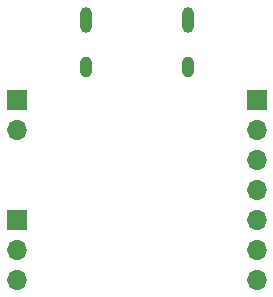
<source format=gbs>
G04 #@! TF.GenerationSoftware,KiCad,Pcbnew,(5.1.10)-1*
G04 #@! TF.CreationDate,2021-12-10T13:25:56-08:00*
G04 #@! TF.ProjectId,BQ25798,42513235-3739-4382-9e6b-696361645f70,rev?*
G04 #@! TF.SameCoordinates,Original*
G04 #@! TF.FileFunction,Soldermask,Bot*
G04 #@! TF.FilePolarity,Negative*
%FSLAX46Y46*%
G04 Gerber Fmt 4.6, Leading zero omitted, Abs format (unit mm)*
G04 Created by KiCad (PCBNEW (5.1.10)-1) date 2021-12-10 13:25:56*
%MOMM*%
%LPD*%
G01*
G04 APERTURE LIST*
%ADD10O,1.700000X1.700000*%
%ADD11R,1.700000X1.700000*%
%ADD12O,1.000000X2.200000*%
%ADD13O,1.000000X1.800000*%
G04 APERTURE END LIST*
D10*
X102870000Y-119380000D03*
X102870000Y-116840000D03*
X102870000Y-114300000D03*
X102870000Y-111760000D03*
X102870000Y-109220000D03*
X102870000Y-106680000D03*
D11*
X102870000Y-104140000D03*
D12*
X88390000Y-97350000D03*
X97030000Y-97350000D03*
D13*
X88390000Y-101350000D03*
X88390000Y-101350000D03*
X97030000Y-101350000D03*
D10*
X82550000Y-119380000D03*
X82550000Y-116840000D03*
D11*
X82550000Y-114300000D03*
D10*
X82550000Y-106680000D03*
D11*
X82550000Y-104140000D03*
M02*

</source>
